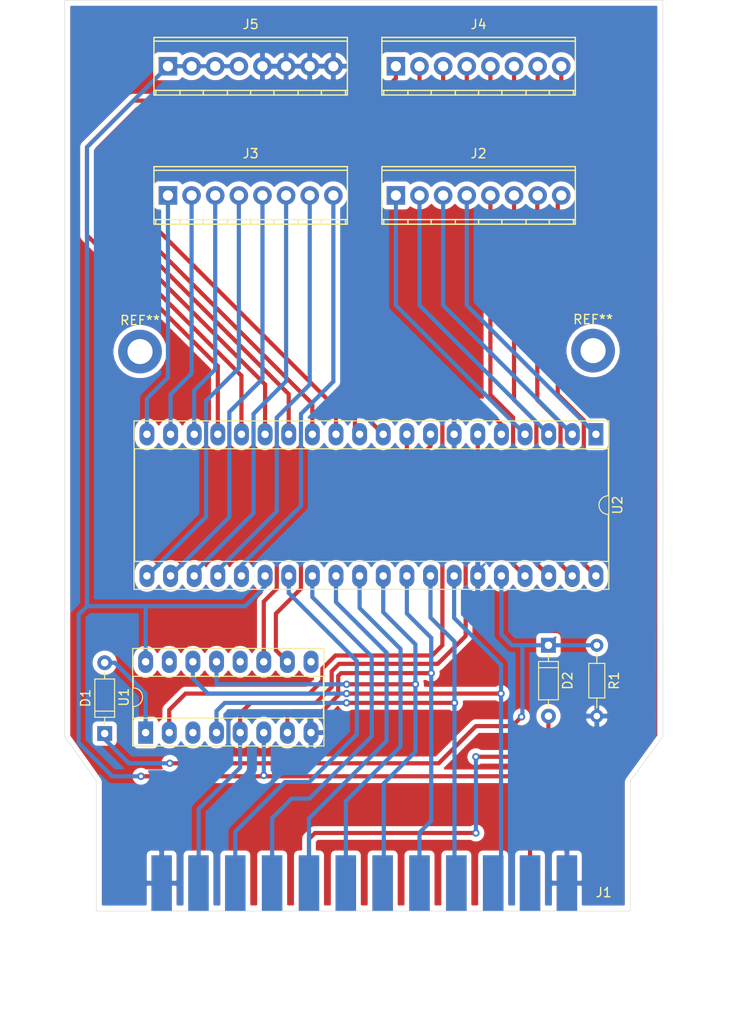
<source format=kicad_pcb>
(kicad_pcb (version 20171130) (host pcbnew 5.1.5-52549c5~84~ubuntu19.10.1)
  (layers (0 F.Cu signal) (31 B.Cu signal) (34 B.Paste user) (35 F.Paste user) (36 B.SilkS user) (37 F.SilkS user) (38 B.Mask user) (39 F.Mask user) (44 Edge.Cuts user))
  (net 0 "")
  (net 1 "Net-(D1-Pad1)")
  (net 2 "Net-(D1-Pad2)")
  (net 3 "Net-(D2-Pad2)")
  (net 4 GND)
  (net 5 VCC)
  (net 6 "Net-(J1-Pad3)")
  (net 7 "Net-(J1-Pad4)")
  (net 8 "Net-(J1-Pad5)")
  (net 9 "Net-(J1-Pad6)")
  (net 10 "Net-(J1-PadC)")
  (net 11 "Net-(J1-PadD)")
  (net 12 "Net-(J1-PadE)")
  (net 13 "Net-(J1-PadF)")
  (net 14 "Net-(J1-Pad7)")
  (net 15 "Net-(J1-Pad9)")
  (net 16 "Net-(J1-Pad10)")
  (net 17 "Net-(J1-Pad11)")
  (net 18 "Net-(J1-PadH)")
  (net 19 "Net-(J1-PadJ)")
  (net 20 "Net-(J1-PadK)")
  (net 21 "Net-(J1-PadL)")
  (net 22 "Net-(J1-PadM)")
  (net 23 "Net-(J2-Pad4)")
  (net 24 "Net-(J2-Pad1)")
  (net 25 "Net-(J2-Pad2)")
  (net 26 "Net-(J2-Pad3)")
  (net 27 "Net-(J2-Pad5)")
  (net 28 "Net-(J2-Pad6)")
  (net 29 "Net-(J2-Pad7)")
  (net 30 "Net-(J2-Pad8)")
  (net 31 "Net-(J3-Pad8)")
  (net 32 "Net-(J3-Pad7)")
  (net 33 "Net-(J3-Pad6)")
  (net 34 "Net-(J3-Pad5)")
  (net 35 "Net-(J3-Pad3)")
  (net 36 "Net-(J3-Pad2)")
  (net 37 "Net-(J3-Pad1)")
  (net 38 "Net-(J3-Pad4)")
  (net 39 "Net-(J4-Pad4)")
  (net 40 "Net-(J4-Pad1)")
  (net 41 "Net-(J4-Pad2)")
  (net 42 "Net-(J4-Pad3)")
  (net 43 "Net-(J4-Pad5)")
  (net 44 "Net-(J4-Pad6)")
  (net 45 "Net-(J4-Pad7)")
  (net 46 "Net-(J4-Pad8)")
  (net 47 "Net-(U1-Pad15)")
  (net 48 "Net-(U1-Pad12)")
  (net 49 "Net-(U1-Pad11)")
  (net 50 "Net-(U1-Pad3)")
  (net 51 "Net-(U1-Pad10)")
  (net 52 "Net-(U1-Pad2)")
  (net 53 "Net-(U1-Pad9)")
  (net 54 "Net-(J1-PadB)")
  (module Mounting_Holes:MountingHole_2.7mm_M2.5_DIN965_Pad (layer F.Cu) (at 146.5 90.7)
    (fp_text reference REF** (at 0 -3.35) (layer F.SilkS))
    (fp_text value MountingHole_2.7mm_M2.5_DIN965_Pad)
    (pad 1 thru_hole circle (at 0 0) (size 4.7 4.7) (drill 2.7) (layers *.Cu *.Mask))
  )
  (module Mounting_Holes:MountingHole_2.7mm_M2.5_DIN965_Pad (layer F.Cu) (at 97.8 90.8)
    (fp_text reference REF** (at 0 -3.35) (layer F.SilkS))
    (fp_text value MountingHole_2.7mm_M2.5_DIN965_Pad)
    (pad 1 thru_hole circle (at 0 0) (size 4.7 4.7) (drill 2.7) (layers *.Cu *.Mask))
  )
  (module user_port_expander:vorlage (layer F.Cu) (at 122.1 102.1)
    (fp_text reference G*** hide)
    (fp_text value LOGO hide)
  )
  (module Diodes_THT:D_DO-35_SOD27_P7.62mm_Horizontal (layer F.Cu) (at 94 131.9 90)
    (fp_text reference D1 (at 3.81 -2.06 90) (layer F.SilkS))
    (fp_text value 1N4148)
    (fp_line (start 1.75 -1.06) (end 1.75 1.06) (layer F.SilkS) (width 0.12))
    (fp_line (start 1.75 1.06) (end 5.87 1.06) (layer F.SilkS) (width 0.12))
    (fp_line (start 5.87 1.06) (end 5.87 -1.06) (layer F.SilkS) (width 0.12))
    (fp_line (start 5.87 -1.06) (end 1.75 -1.06) (layer F.SilkS) (width 0.12))
    (fp_line (start 0.98 0) (end 1.75 0) (layer F.SilkS) (width 0.12))
    (fp_line (start 6.64 0) (end 5.87 0) (layer F.SilkS) (width 0.12))
    (fp_line (start 2.41 -1.06) (end 2.41 1.06) (layer F.SilkS) (width 0.12))
    (pad 1 thru_hole rect (at 0 0 90) (size 1.6 1.6) (drill 0.8) (layers *.Cu *.Mask) (net 1 "Net-(D1-Pad1)"))
    (pad 2 thru_hole oval (at 7.62 0 90) (size 1.6 1.6) (drill 0.8) (layers *.Cu *.Mask) (net 2 "Net-(D1-Pad2)"))
  )
  (module Diodes_THT:D_DO-35_SOD27_P7.62mm_Horizontal (layer F.Cu) (at 141.7 122.4 270)
    (fp_text reference D2 (at 3.81 -2.06 90) (layer F.SilkS))
    (fp_text value 1N4148)
    (fp_line (start 2.41 -1.06) (end 2.41 1.06) (layer F.SilkS) (width 0.12))
    (fp_line (start 6.64 0) (end 5.87 0) (layer F.SilkS) (width 0.12))
    (fp_line (start 0.98 0) (end 1.75 0) (layer F.SilkS) (width 0.12))
    (fp_line (start 5.87 -1.06) (end 1.75 -1.06) (layer F.SilkS) (width 0.12))
    (fp_line (start 5.87 1.06) (end 5.87 -1.06) (layer F.SilkS) (width 0.12))
    (fp_line (start 1.75 1.06) (end 5.87 1.06) (layer F.SilkS) (width 0.12))
    (fp_line (start 1.75 -1.06) (end 1.75 1.06) (layer F.SilkS) (width 0.12))
    (pad 2 thru_hole oval (at 7.62 0 270) (size 1.6 1.6) (drill 0.8) (layers *.Cu *.Mask) (net 3 "Net-(D2-Pad2)"))
    (pad 1 thru_hole rect (at 0 0 270) (size 1.6 1.6) (drill 0.8) (layers *.Cu *.Mask) (net 1 "Net-(D1-Pad1)"))
  )
  (module Hackup_Commodore:C64-User-Port-Female (layer F.Cu) (at 121.9 151)
    (fp_text reference J1 (at 25.74 -2) (layer F.SilkS))
    (fp_text value C64-UserPort)
    (pad N smd rect (at -21.78 -3) (size 2.2 6) (layers B.Cu B.Paste B.Mask) (net 4 GND))
    (pad M smd rect (at -17.82 -3) (size 2.2 6) (layers B.Cu B.Paste B.Mask) (net 22 "Net-(J1-PadM)"))
    (pad L smd rect (at -13.86 -3) (size 2.2 6) (layers B.Cu B.Paste B.Mask) (net 21 "Net-(J1-PadL)"))
    (pad K smd rect (at -9.9 -3) (size 2.2 6) (layers B.Cu B.Paste B.Mask) (net 20 "Net-(J1-PadK)"))
    (pad J smd rect (at -5.94 -3) (size 2.2 6) (layers B.Cu B.Paste B.Mask) (net 19 "Net-(J1-PadJ)"))
    (pad H smd rect (at -1.98 -3) (size 2.2 6) (layers B.Cu B.Paste B.Mask) (net 18 "Net-(J1-PadH)"))
    (pad 12 smd rect (at -21.78 -3) (size 2.2 6) (layers F.Cu F.Paste F.Mask) (net 4 GND))
    (pad 11 smd rect (at -17.82 -3) (size 2.2 6) (layers F.Cu F.Paste F.Mask) (net 17 "Net-(J1-Pad11)"))
    (pad 10 smd rect (at -13.86 -3) (size 2.2 6) (layers F.Cu F.Paste F.Mask) (net 16 "Net-(J1-Pad10)"))
    (pad 9 smd rect (at -9.9 -3) (size 2.2 6) (layers F.Cu F.Paste F.Mask) (net 15 "Net-(J1-Pad9)"))
    (pad 8 smd rect (at -5.94 -3) (size 2.2 6) (layers F.Cu F.Paste F.Mask) (net 3 "Net-(D2-Pad2)"))
    (pad 7 smd rect (at -1.98 -3) (size 2.2 6) (layers F.Cu F.Paste F.Mask) (net 14 "Net-(J1-Pad7)"))
    (pad F smd rect (at 1.98 -3) (size 2.2 6) (layers B.Cu B.Paste B.Mask) (net 13 "Net-(J1-PadF)"))
    (pad E smd rect (at 5.94 -3) (size 2.2 6) (layers B.Cu B.Paste B.Mask) (net 12 "Net-(J1-PadE)"))
    (pad D smd rect (at 9.9 -3) (size 2.2 6) (layers B.Cu B.Paste B.Mask) (net 11 "Net-(J1-PadD)"))
    (pad C smd rect (at 13.86 -3) (size 2.2 6) (layers B.Cu B.Paste B.Mask) (net 10 "Net-(J1-PadC)"))
    (pad B smd rect (at 17.82 -3) (size 2.2 6) (layers B.Cu B.Paste B.Mask) (net 54 "Net-(J1-PadB)"))
    (pad A smd rect (at 21.78 -3) (size 2.2 6) (layers B.Cu B.Paste B.Mask) (net 4 GND))
    (pad 6 smd rect (at 1.98 -3) (size 2.2 6) (layers F.Cu F.Paste F.Mask) (net 9 "Net-(J1-Pad6)"))
    (pad 5 smd rect (at 5.94 -3) (size 2.2 6) (layers F.Cu F.Paste F.Mask) (net 8 "Net-(J1-Pad5)"))
    (pad 4 smd rect (at 9.9 -3) (size 2.2 6) (layers F.Cu F.Paste F.Mask) (net 7 "Net-(J1-Pad4)"))
    (pad 3 smd rect (at 13.86 -3) (size 2.2 6) (layers F.Cu F.Paste F.Mask) (net 6 "Net-(J1-Pad3)"))
    (pad 2 smd rect (at 17.82 -3) (size 2.2 6) (layers F.Cu F.Paste F.Mask) (net 5 VCC))
    (pad 1 smd rect (at 21.78 -3) (size 2.2 6) (layers F.Cu F.Paste F.Mask) (net 4 GND))
  )
  (module TerminalBlock_Phoenix:TerminalBlock_Phoenix_MPT-2.54mm_8pol (layer F.Cu) (at 125.3 74)
    (fp_text reference J2 (at 8.89 -4.50088) (layer F.SilkS))
    (fp_text value Screw_Terminal_01x08)
    (fp_line (start 19.28876 -3.0988) (end -1.50876 -3.0988) (layer F.SilkS) (width 0.15))
    (fp_line (start -1.50876 -2.70002) (end 19.28876 -2.70002) (layer F.SilkS) (width 0.15))
    (fp_line (start 19.28876 3.0988) (end -1.50876 3.0988) (layer F.SilkS) (width 0.15))
    (fp_line (start -1.50876 2.60096) (end 19.28876 2.60096) (layer F.SilkS) (width 0.15))
    (fp_line (start 8.89 2.60096) (end 8.89 3.0988) (layer F.SilkS) (width 0.15))
    (fp_line (start 16.48968 2.60096) (end 16.48968 3.0988) (layer F.SilkS) (width 0.15))
    (fp_line (start 13.99032 2.60096) (end 13.99032 3.0988) (layer F.SilkS) (width 0.15))
    (fp_line (start 11.3919 2.60096) (end 11.3919 3.0988) (layer F.SilkS) (width 0.15))
    (fp_line (start 6.39064 2.60096) (end 6.39064 3.0988) (layer F.SilkS) (width 0.15))
    (fp_line (start 3.79222 2.60096) (end 3.79222 3.0988) (layer F.SilkS) (width 0.15))
    (fp_line (start -1.3081 3.0988) (end -1.3081 2.60096) (layer F.SilkS) (width 0.15))
    (fp_line (start 19.0881 2.60096) (end 19.0881 3.0988) (layer F.SilkS) (width 0.15))
    (fp_line (start 1.2954 3.0988) (end 1.2954 2.60096) (layer F.SilkS) (width 0.15))
    (fp_line (start 19.28622 3.0988) (end 19.28622 -3.0988) (layer F.SilkS) (width 0.15))
    (fp_line (start -1.50622 -3.0988) (end -1.50622 3.0988) (layer F.SilkS) (width 0.15))
    (pad 4 thru_hole oval (at 7.62 0 180) (size 1.99898 1.99898) (drill 1.09728) (layers *.Cu *.Mask) (net 23 "Net-(J2-Pad4)"))
    (pad 1 thru_hole rect (at 0 0 180) (size 1.99898 1.99898) (drill 1.09728) (layers *.Cu *.Mask) (net 24 "Net-(J2-Pad1)"))
    (pad 2 thru_hole oval (at 2.54 0 180) (size 1.99898 1.99898) (drill 1.09728) (layers *.Cu *.Mask) (net 25 "Net-(J2-Pad2)"))
    (pad 3 thru_hole oval (at 5.08 0 180) (size 1.99898 1.99898) (drill 1.09728) (layers *.Cu *.Mask) (net 26 "Net-(J2-Pad3)"))
    (pad 5 thru_hole oval (at 10.16 0 180) (size 1.99898 1.99898) (drill 1.09728) (layers *.Cu *.Mask) (net 27 "Net-(J2-Pad5)"))
    (pad 6 thru_hole oval (at 12.7 0 180) (size 1.99898 1.99898) (drill 1.09728) (layers *.Cu *.Mask) (net 28 "Net-(J2-Pad6)"))
    (pad 7 thru_hole oval (at 15.24 0 180) (size 1.99898 1.99898) (drill 1.09728) (layers *.Cu *.Mask) (net 29 "Net-(J2-Pad7)"))
    (pad 8 thru_hole oval (at 17.78 0 180) (size 1.99898 1.99898) (drill 1.09728) (layers *.Cu *.Mask) (net 30 "Net-(J2-Pad8)"))
  )
  (module TerminalBlock_Phoenix:TerminalBlock_Phoenix_MPT-2.54mm_8pol (layer F.Cu) (at 100.8 74)
    (fp_text reference J3 (at 8.89 -4.50088) (layer F.SilkS))
    (fp_text value Screw_Terminal_01x08)
    (fp_line (start -1.50622 -3.0988) (end -1.50622 3.0988) (layer F.SilkS) (width 0.15))
    (fp_line (start 19.28622 3.0988) (end 19.28622 -3.0988) (layer F.SilkS) (width 0.15))
    (fp_line (start 1.2954 3.0988) (end 1.2954 2.60096) (layer F.SilkS) (width 0.15))
    (fp_line (start 19.0881 2.60096) (end 19.0881 3.0988) (layer F.SilkS) (width 0.15))
    (fp_line (start -1.3081 3.0988) (end -1.3081 2.60096) (layer F.SilkS) (width 0.15))
    (fp_line (start 3.79222 2.60096) (end 3.79222 3.0988) (layer F.SilkS) (width 0.15))
    (fp_line (start 6.39064 2.60096) (end 6.39064 3.0988) (layer F.SilkS) (width 0.15))
    (fp_line (start 11.3919 2.60096) (end 11.3919 3.0988) (layer F.SilkS) (width 0.15))
    (fp_line (start 13.99032 2.60096) (end 13.99032 3.0988) (layer F.SilkS) (width 0.15))
    (fp_line (start 16.48968 2.60096) (end 16.48968 3.0988) (layer F.SilkS) (width 0.15))
    (fp_line (start 8.89 2.60096) (end 8.89 3.0988) (layer F.SilkS) (width 0.15))
    (fp_line (start -1.50876 2.60096) (end 19.28876 2.60096) (layer F.SilkS) (width 0.15))
    (fp_line (start 19.28876 3.0988) (end -1.50876 3.0988) (layer F.SilkS) (width 0.15))
    (fp_line (start -1.50876 -2.70002) (end 19.28876 -2.70002) (layer F.SilkS) (width 0.15))
    (fp_line (start 19.28876 -3.0988) (end -1.50876 -3.0988) (layer F.SilkS) (width 0.15))
    (pad 8 thru_hole oval (at 17.78 0 180) (size 1.99898 1.99898) (drill 1.09728) (layers *.Cu *.Mask) (net 31 "Net-(J3-Pad8)"))
    (pad 7 thru_hole oval (at 15.24 0 180) (size 1.99898 1.99898) (drill 1.09728) (layers *.Cu *.Mask) (net 32 "Net-(J3-Pad7)"))
    (pad 6 thru_hole oval (at 12.7 0 180) (size 1.99898 1.99898) (drill 1.09728) (layers *.Cu *.Mask) (net 33 "Net-(J3-Pad6)"))
    (pad 5 thru_hole oval (at 10.16 0 180) (size 1.99898 1.99898) (drill 1.09728) (layers *.Cu *.Mask) (net 34 "Net-(J3-Pad5)"))
    (pad 3 thru_hole oval (at 5.08 0 180) (size 1.99898 1.99898) (drill 1.09728) (layers *.Cu *.Mask) (net 35 "Net-(J3-Pad3)"))
    (pad 2 thru_hole oval (at 2.54 0 180) (size 1.99898 1.99898) (drill 1.09728) (layers *.Cu *.Mask) (net 36 "Net-(J3-Pad2)"))
    (pad 1 thru_hole rect (at 0 0 180) (size 1.99898 1.99898) (drill 1.09728) (layers *.Cu *.Mask) (net 37 "Net-(J3-Pad1)"))
    (pad 4 thru_hole oval (at 7.62 0 180) (size 1.99898 1.99898) (drill 1.09728) (layers *.Cu *.Mask) (net 38 "Net-(J3-Pad4)"))
  )
  (module TerminalBlock_Phoenix:TerminalBlock_Phoenix_MPT-2.54mm_8pol (layer F.Cu) (at 125.3 60.1)
    (fp_text reference J4 (at 8.89 -4.50088) (layer F.SilkS))
    (fp_text value Screw_Terminal_01x08)
    (fp_line (start 19.28876 -3.0988) (end -1.50876 -3.0988) (layer F.SilkS) (width 0.15))
    (fp_line (start -1.50876 -2.70002) (end 19.28876 -2.70002) (layer F.SilkS) (width 0.15))
    (fp_line (start 19.28876 3.0988) (end -1.50876 3.0988) (layer F.SilkS) (width 0.15))
    (fp_line (start -1.50876 2.60096) (end 19.28876 2.60096) (layer F.SilkS) (width 0.15))
    (fp_line (start 8.89 2.60096) (end 8.89 3.0988) (layer F.SilkS) (width 0.15))
    (fp_line (start 16.48968 2.60096) (end 16.48968 3.0988) (layer F.SilkS) (width 0.15))
    (fp_line (start 13.99032 2.60096) (end 13.99032 3.0988) (layer F.SilkS) (width 0.15))
    (fp_line (start 11.3919 2.60096) (end 11.3919 3.0988) (layer F.SilkS) (width 0.15))
    (fp_line (start 6.39064 2.60096) (end 6.39064 3.0988) (layer F.SilkS) (width 0.15))
    (fp_line (start 3.79222 2.60096) (end 3.79222 3.0988) (layer F.SilkS) (width 0.15))
    (fp_line (start -1.3081 3.0988) (end -1.3081 2.60096) (layer F.SilkS) (width 0.15))
    (fp_line (start 19.0881 2.60096) (end 19.0881 3.0988) (layer F.SilkS) (width 0.15))
    (fp_line (start 1.2954 3.0988) (end 1.2954 2.60096) (layer F.SilkS) (width 0.15))
    (fp_line (start 19.28622 3.0988) (end 19.28622 -3.0988) (layer F.SilkS) (width 0.15))
    (fp_line (start -1.50622 -3.0988) (end -1.50622 3.0988) (layer F.SilkS) (width 0.15))
    (pad 4 thru_hole oval (at 7.62 0 180) (size 1.99898 1.99898) (drill 1.09728) (layers *.Cu *.Mask) (net 39 "Net-(J4-Pad4)"))
    (pad 1 thru_hole rect (at 0 0 180) (size 1.99898 1.99898) (drill 1.09728) (layers *.Cu *.Mask) (net 40 "Net-(J4-Pad1)"))
    (pad 2 thru_hole oval (at 2.54 0 180) (size 1.99898 1.99898) (drill 1.09728) (layers *.Cu *.Mask) (net 41 "Net-(J4-Pad2)"))
    (pad 3 thru_hole oval (at 5.08 0 180) (size 1.99898 1.99898) (drill 1.09728) (layers *.Cu *.Mask) (net 42 "Net-(J4-Pad3)"))
    (pad 5 thru_hole oval (at 10.16 0 180) (size 1.99898 1.99898) (drill 1.09728) (layers *.Cu *.Mask) (net 43 "Net-(J4-Pad5)"))
    (pad 6 thru_hole oval (at 12.7 0 180) (size 1.99898 1.99898) (drill 1.09728) (layers *.Cu *.Mask) (net 44 "Net-(J4-Pad6)"))
    (pad 7 thru_hole oval (at 15.24 0 180) (size 1.99898 1.99898) (drill 1.09728) (layers *.Cu *.Mask) (net 45 "Net-(J4-Pad7)"))
    (pad 8 thru_hole oval (at 17.78 0 180) (size 1.99898 1.99898) (drill 1.09728) (layers *.Cu *.Mask) (net 46 "Net-(J4-Pad8)"))
  )
  (module TerminalBlock_Phoenix:TerminalBlock_Phoenix_MPT-2.54mm_8pol (layer F.Cu) (at 100.8 60.1)
    (fp_text reference J5 (at 8.89 -4.50088) (layer F.SilkS))
    (fp_text value Screw_Terminal_01x08)
    (fp_line (start -1.50622 -3.0988) (end -1.50622 3.0988) (layer F.SilkS) (width 0.15))
    (fp_line (start 19.28622 3.0988) (end 19.28622 -3.0988) (layer F.SilkS) (width 0.15))
    (fp_line (start 1.2954 3.0988) (end 1.2954 2.60096) (layer F.SilkS) (width 0.15))
    (fp_line (start 19.0881 2.60096) (end 19.0881 3.0988) (layer F.SilkS) (width 0.15))
    (fp_line (start -1.3081 3.0988) (end -1.3081 2.60096) (layer F.SilkS) (width 0.15))
    (fp_line (start 3.79222 2.60096) (end 3.79222 3.0988) (layer F.SilkS) (width 0.15))
    (fp_line (start 6.39064 2.60096) (end 6.39064 3.0988) (layer F.SilkS) (width 0.15))
    (fp_line (start 11.3919 2.60096) (end 11.3919 3.0988) (layer F.SilkS) (width 0.15))
    (fp_line (start 13.99032 2.60096) (end 13.99032 3.0988) (layer F.SilkS) (width 0.15))
    (fp_line (start 16.48968 2.60096) (end 16.48968 3.0988) (layer F.SilkS) (width 0.15))
    (fp_line (start 8.89 2.60096) (end 8.89 3.0988) (layer F.SilkS) (width 0.15))
    (fp_line (start -1.50876 2.60096) (end 19.28876 2.60096) (layer F.SilkS) (width 0.15))
    (fp_line (start 19.28876 3.0988) (end -1.50876 3.0988) (layer F.SilkS) (width 0.15))
    (fp_line (start -1.50876 -2.70002) (end 19.28876 -2.70002) (layer F.SilkS) (width 0.15))
    (fp_line (start 19.28876 -3.0988) (end -1.50876 -3.0988) (layer F.SilkS) (width 0.15))
    (pad 8 thru_hole oval (at 17.78 0 180) (size 1.99898 1.99898) (drill 1.09728) (layers *.Cu *.Mask) (net 4 GND))
    (pad 7 thru_hole oval (at 15.24 0 180) (size 1.99898 1.99898) (drill 1.09728) (layers *.Cu *.Mask) (net 4 GND))
    (pad 6 thru_hole oval (at 12.7 0 180) (size 1.99898 1.99898) (drill 1.09728) (layers *.Cu *.Mask) (net 4 GND))
    (pad 5 thru_hole oval (at 10.16 0 180) (size 1.99898 1.99898) (drill 1.09728) (layers *.Cu *.Mask) (net 4 GND))
    (pad 3 thru_hole oval (at 5.08 0 180) (size 1.99898 1.99898) (drill 1.09728) (layers *.Cu *.Mask) (net 5 VCC))
    (pad 2 thru_hole oval (at 2.54 0 180) (size 1.99898 1.99898) (drill 1.09728) (layers *.Cu *.Mask) (net 5 VCC))
    (pad 1 thru_hole rect (at 0 0 180) (size 1.99898 1.99898) (drill 1.09728) (layers *.Cu *.Mask) (net 5 VCC))
    (pad 4 thru_hole oval (at 7.62 0 180) (size 1.99898 1.99898) (drill 1.09728) (layers *.Cu *.Mask) (net 5 VCC))
  )
  (module Resistors_THT:R_Axial_DIN0204_L3.6mm_D1.6mm_P7.62mm_Horizontal (layer F.Cu) (at 146.9 122.4 270)
    (fp_text reference R1 (at 3.81 -1.86 90) (layer F.SilkS))
    (fp_text value R10k)
    (fp_line (start 1.95 -0.86) (end 1.95 0.86) (layer F.SilkS) (width 0.12))
    (fp_line (start 1.95 0.86) (end 5.67 0.86) (layer F.SilkS) (width 0.12))
    (fp_line (start 5.67 0.86) (end 5.67 -0.86) (layer F.SilkS) (width 0.12))
    (fp_line (start 5.67 -0.86) (end 1.95 -0.86) (layer F.SilkS) (width 0.12))
    (fp_line (start 0.88 0) (end 1.95 0) (layer F.SilkS) (width 0.12))
    (fp_line (start 6.74 0) (end 5.67 0) (layer F.SilkS) (width 0.12))
    (pad 1 thru_hole circle (at 0 0 270) (size 1.4 1.4) (drill 0.7) (layers *.Cu *.Mask) (net 1 "Net-(D1-Pad1)"))
    (pad 2 thru_hole oval (at 7.62 0 270) (size 1.4 1.4) (drill 0.7) (layers *.Cu *.Mask) (net 4 GND))
  )
  (module Housings_DIP:DIP-16_W7.62mm_Socket_LongPads (layer F.Cu) (at 98.4 131.8 90)
    (fp_text reference U1 (at 3.81 -2.33 90) (layer F.SilkS))
    (fp_text value 4042)
    (fp_line (start 9.06 -1.39) (end -1.44 -1.39) (layer F.SilkS) (width 0.12))
    (fp_line (start 9.06 19.17) (end 9.06 -1.39) (layer F.SilkS) (width 0.12))
    (fp_line (start -1.44 19.17) (end 9.06 19.17) (layer F.SilkS) (width 0.12))
    (fp_line (start -1.44 -1.39) (end -1.44 19.17) (layer F.SilkS) (width 0.12))
    (fp_line (start 6.06 -1.33) (end 4.81 -1.33) (layer F.SilkS) (width 0.12))
    (fp_line (start 6.06 19.11) (end 6.06 -1.33) (layer F.SilkS) (width 0.12))
    (fp_line (start 1.56 19.11) (end 6.06 19.11) (layer F.SilkS) (width 0.12))
    (fp_line (start 1.56 -1.33) (end 1.56 19.11) (layer F.SilkS) (width 0.12))
    (fp_line (start 2.81 -1.33) (end 1.56 -1.33) (layer F.SilkS) (width 0.12))
    (fp_arc (start 3.81 -1.33) (end 2.81 -1.33) (angle -180) (layer F.SilkS) (width 0.12))
    (pad 16 thru_hole oval (at 7.62 0 90) (size 2.4 1.6) (drill 0.8) (layers *.Cu *.Mask) (net 5 VCC))
    (pad 8 thru_hole oval (at 0 17.78 90) (size 2.4 1.6) (drill 0.8) (layers *.Cu *.Mask) (net 4 GND))
    (pad 15 thru_hole oval (at 7.62 2.54 90) (size 2.4 1.6) (drill 0.8) (layers *.Cu *.Mask) (net 47 "Net-(U1-Pad15)"))
    (pad 7 thru_hole oval (at 0 15.24 90) (size 2.4 1.6) (drill 0.8) (layers *.Cu *.Mask) (net 12 "Net-(J1-PadE)"))
    (pad 14 thru_hole oval (at 7.62 5.08 90) (size 2.4 1.6) (drill 0.8) (layers *.Cu *.Mask) (net 10 "Net-(J1-PadC)"))
    (pad 6 thru_hole oval (at 0 12.7 90) (size 2.4 1.6) (drill 0.8) (layers *.Cu *.Mask) (net 5 VCC))
    (pad 13 thru_hole oval (at 7.62 7.62 90) (size 2.4 1.6) (drill 0.8) (layers *.Cu *.Mask) (net 13 "Net-(J1-PadF)"))
    (pad 5 thru_hole oval (at 0 10.16 90) (size 2.4 1.6) (drill 0.8) (layers *.Cu *.Mask) (net 22 "Net-(J1-PadM)"))
    (pad 12 thru_hole oval (at 7.62 10.16 90) (size 2.4 1.6) (drill 0.8) (layers *.Cu *.Mask) (net 48 "Net-(U1-Pad12)"))
    (pad 4 thru_hole oval (at 0 7.62 90) (size 2.4 1.6) (drill 0.8) (layers *.Cu *.Mask) (net 11 "Net-(J1-PadD)"))
    (pad 11 thru_hole oval (at 7.62 12.7 90) (size 2.4 1.6) (drill 0.8) (layers *.Cu *.Mask) (net 49 "Net-(U1-Pad11)"))
    (pad 3 thru_hole oval (at 0 5.08 90) (size 2.4 1.6) (drill 0.8) (layers *.Cu *.Mask) (net 50 "Net-(U1-Pad3)"))
    (pad 10 thru_hole oval (at 7.62 15.24 90) (size 2.4 1.6) (drill 0.8) (layers *.Cu *.Mask) (net 51 "Net-(U1-Pad10)"))
    (pad 2 thru_hole oval (at 0 2.54 90) (size 2.4 1.6) (drill 0.8) (layers *.Cu *.Mask) (net 52 "Net-(U1-Pad2)"))
    (pad 9 thru_hole oval (at 7.62 17.78 90) (size 2.4 1.6) (drill 0.8) (layers *.Cu *.Mask) (net 53 "Net-(U1-Pad9)"))
    (pad 1 thru_hole rect (at 0 0 90) (size 2.4 1.6) (drill 0.8) (layers *.Cu *.Mask) (net 2 "Net-(D1-Pad2)"))
  )
  (module Housings_DIP:DIP-40_W15.24mm_Socket_LongPads (layer F.Cu) (at 146.8 99.7 270)
    (fp_text reference U2 (at 7.62 -2.33 90) (layer F.SilkS))
    (fp_text value 8255)
    (fp_line (start 16.68 -1.39) (end -1.44 -1.39) (layer F.SilkS) (width 0.12))
    (fp_line (start 16.68 49.65) (end 16.68 -1.39) (layer F.SilkS) (width 0.12))
    (fp_line (start -1.44 49.65) (end 16.68 49.65) (layer F.SilkS) (width 0.12))
    (fp_line (start -1.44 -1.39) (end -1.44 49.65) (layer F.SilkS) (width 0.12))
    (fp_line (start 13.68 -1.33) (end 8.62 -1.33) (layer F.SilkS) (width 0.12))
    (fp_line (start 13.68 49.59) (end 13.68 -1.33) (layer F.SilkS) (width 0.12))
    (fp_line (start 1.56 49.59) (end 13.68 49.59) (layer F.SilkS) (width 0.12))
    (fp_line (start 1.56 -1.33) (end 1.56 49.59) (layer F.SilkS) (width 0.12))
    (fp_line (start 6.62 -1.33) (end 1.56 -1.33) (layer F.SilkS) (width 0.12))
    (fp_arc (start 7.62 -1.33) (end 6.62 -1.33) (angle -180) (layer F.SilkS) (width 0.12))
    (pad 40 thru_hole oval (at 15.24 0 270) (size 2.4 1.6) (drill 0.8) (layers *.Cu *.Mask) (net 30 "Net-(J2-Pad8)"))
    (pad 20 thru_hole oval (at 0 48.26 270) (size 2.4 1.6) (drill 0.8) (layers *.Cu *.Mask) (net 37 "Net-(J3-Pad1)"))
    (pad 39 thru_hole oval (at 15.24 2.54 270) (size 2.4 1.6) (drill 0.8) (layers *.Cu *.Mask) (net 29 "Net-(J2-Pad7)"))
    (pad 19 thru_hole oval (at 0 45.72 270) (size 2.4 1.6) (drill 0.8) (layers *.Cu *.Mask) (net 36 "Net-(J3-Pad2)"))
    (pad 38 thru_hole oval (at 15.24 5.08 270) (size 2.4 1.6) (drill 0.8) (layers *.Cu *.Mask) (net 28 "Net-(J2-Pad6)"))
    (pad 18 thru_hole oval (at 0 43.18 270) (size 2.4 1.6) (drill 0.8) (layers *.Cu *.Mask) (net 35 "Net-(J3-Pad3)"))
    (pad 37 thru_hole oval (at 15.24 7.62 270) (size 2.4 1.6) (drill 0.8) (layers *.Cu *.Mask) (net 27 "Net-(J2-Pad5)"))
    (pad 17 thru_hole oval (at 0 40.64 270) (size 2.4 1.6) (drill 0.8) (layers *.Cu *.Mask) (net 40 "Net-(J4-Pad1)"))
    (pad 36 thru_hole oval (at 15.24 10.16 270) (size 2.4 1.6) (drill 0.8) (layers *.Cu *.Mask) (net 1 "Net-(D1-Pad1)"))
    (pad 16 thru_hole oval (at 0 38.1 270) (size 2.4 1.6) (drill 0.8) (layers *.Cu *.Mask) (net 41 "Net-(J4-Pad2)"))
    (pad 35 thru_hole oval (at 15.24 12.7 270) (size 2.4 1.6) (drill 0.8) (layers *.Cu *.Mask) (net 4 GND))
    (pad 15 thru_hole oval (at 0 35.56 270) (size 2.4 1.6) (drill 0.8) (layers *.Cu *.Mask) (net 42 "Net-(J4-Pad3)"))
    (pad 34 thru_hole oval (at 15.24 15.24 270) (size 2.4 1.6) (drill 0.8) (layers *.Cu *.Mask) (net 10 "Net-(J1-PadC)"))
    (pad 14 thru_hole oval (at 0 33.02 270) (size 2.4 1.6) (drill 0.8) (layers *.Cu *.Mask) (net 39 "Net-(J4-Pad4)"))
    (pad 33 thru_hole oval (at 15.24 17.78 270) (size 2.4 1.6) (drill 0.8) (layers *.Cu *.Mask) (net 11 "Net-(J1-PadD)"))
    (pad 13 thru_hole oval (at 0 30.48 270) (size 2.4 1.6) (drill 0.8) (layers *.Cu *.Mask) (net 43 "Net-(J4-Pad5)"))
    (pad 32 thru_hole oval (at 15.24 20.32 270) (size 2.4 1.6) (drill 0.8) (layers *.Cu *.Mask) (net 12 "Net-(J1-PadE)"))
    (pad 12 thru_hole oval (at 0 27.94 270) (size 2.4 1.6) (drill 0.8) (layers *.Cu *.Mask) (net 44 "Net-(J4-Pad6)"))
    (pad 31 thru_hole oval (at 15.24 22.86 270) (size 2.4 1.6) (drill 0.8) (layers *.Cu *.Mask) (net 13 "Net-(J1-PadF)"))
    (pad 11 thru_hole oval (at 0 25.4 270) (size 2.4 1.6) (drill 0.8) (layers *.Cu *.Mask) (net 45 "Net-(J4-Pad7)"))
    (pad 30 thru_hole oval (at 15.24 25.4 270) (size 2.4 1.6) (drill 0.8) (layers *.Cu *.Mask) (net 18 "Net-(J1-PadH)"))
    (pad 10 thru_hole oval (at 0 22.86 270) (size 2.4 1.6) (drill 0.8) (layers *.Cu *.Mask) (net 46 "Net-(J4-Pad8)"))
    (pad 29 thru_hole oval (at 15.24 27.94 270) (size 2.4 1.6) (drill 0.8) (layers *.Cu *.Mask) (net 19 "Net-(J1-PadJ)"))
    (pad 9 thru_hole oval (at 0 20.32 270) (size 2.4 1.6) (drill 0.8) (layers *.Cu *.Mask) (net 49 "Net-(U1-Pad11)"))
    (pad 28 thru_hole oval (at 15.24 30.48 270) (size 2.4 1.6) (drill 0.8) (layers *.Cu *.Mask) (net 20 "Net-(J1-PadK)"))
    (pad 8 thru_hole oval (at 0 17.78 270) (size 2.4 1.6) (drill 0.8) (layers *.Cu *.Mask) (net 51 "Net-(U1-Pad10)"))
    (pad 27 thru_hole oval (at 15.24 33.02 270) (size 2.4 1.6) (drill 0.8) (layers *.Cu *.Mask) (net 21 "Net-(J1-PadL)"))
    (pad 7 thru_hole oval (at 0 15.24 270) (size 2.4 1.6) (drill 0.8) (layers *.Cu *.Mask) (net 4 GND))
    (pad 26 thru_hole oval (at 15.24 35.56 270) (size 2.4 1.6) (drill 0.8) (layers *.Cu *.Mask) (net 5 VCC))
    (pad 6 thru_hole oval (at 0 12.7 270) (size 2.4 1.6) (drill 0.8) (layers *.Cu *.Mask) (net 22 "Net-(J1-PadM)"))
    (pad 25 thru_hole oval (at 15.24 38.1 270) (size 2.4 1.6) (drill 0.8) (layers *.Cu *.Mask) (net 31 "Net-(J3-Pad8)"))
    (pad 5 thru_hole oval (at 0 10.16 270) (size 2.4 1.6) (drill 0.8) (layers *.Cu *.Mask) (net 52 "Net-(U1-Pad2)"))
    (pad 24 thru_hole oval (at 15.24 40.64 270) (size 2.4 1.6) (drill 0.8) (layers *.Cu *.Mask) (net 32 "Net-(J3-Pad7)"))
    (pad 4 thru_hole oval (at 0 7.62 270) (size 2.4 1.6) (drill 0.8) (layers *.Cu *.Mask) (net 24 "Net-(J2-Pad1)"))
    (pad 23 thru_hole oval (at 15.24 43.18 270) (size 2.4 1.6) (drill 0.8) (layers *.Cu *.Mask) (net 33 "Net-(J3-Pad6)"))
    (pad 3 thru_hole oval (at 0 5.08 270) (size 2.4 1.6) (drill 0.8) (layers *.Cu *.Mask) (net 25 "Net-(J2-Pad2)"))
    (pad 22 thru_hole oval (at 15.24 45.72 270) (size 2.4 1.6) (drill 0.8) (layers *.Cu *.Mask) (net 34 "Net-(J3-Pad5)"))
    (pad 2 thru_hole oval (at 0 2.54 270) (size 2.4 1.6) (drill 0.8) (layers *.Cu *.Mask) (net 26 "Net-(J2-Pad3)"))
    (pad 21 thru_hole oval (at 15.24 48.26 270) (size 2.4 1.6) (drill 0.8) (layers *.Cu *.Mask) (net 38 "Net-(J3-Pad4)"))
    (pad 1 thru_hole rect (at 0 0 270) (size 2.4 1.6) (drill 0.8) (layers *.Cu *.Mask) (net 23 "Net-(J2-Pad4)"))
  )
  (gr_line (start 93.1 151) (end 150.5 151) (layer Edge.Cuts) (width 0.05))
  (gr_line (start 150.5 137) (end 150.5 151) (layer Edge.Cuts) (width 0.05))
  (gr_line (start 154 132.2) (end 150.5 137) (layer Edge.Cuts) (width 0.05))
  (gr_line (start 154 53) (end 154 132.2) (layer Edge.Cuts) (width 0.05))
  (gr_line (start 89.7 53) (end 154 53) (layer Edge.Cuts) (width 0.05))
  (gr_line (start 89.7 132.2) (end 89.7 53) (layer Edge.Cuts) (width 0.05))
  (gr_line (start 93.1 137) (end 89.7 132.2) (layer Edge.Cuts) (width 0.05))
  (gr_line (start 93.1 151) (end 93.1 137) (layer Edge.Cuts) (width 0.05))
  (segment (start 141.8 122.2) (end 142.44 121.56) (width 0.25) (layer B.Cu) (net 1))
  (segment (start 136.64 114.94) (end 136.64 121.24) (width 0.45) (layer B.Cu) (net 1))
  (segment (start 136.64 121.24) (end 137.8 122.4) (width 0.45) (layer B.Cu) (net 1))
  (segment (start 94 131.9) (end 94 132.5) (width 0.45) (layer B.Cu) (net 1))
  (segment (start 94 132.5) (end 96.6 135.1) (width 0.45) (layer B.Cu) (net 1))
  (via (at 101 135.1) (size 0.8) (drill 0.4) (layers F.Cu B.Cu) (net 1))
  (segment (start 96.6 135.1) (end 101 135.1) (width 0.45) (layer B.Cu) (net 1))
  (segment (start 101 135.1) (end 129.9 135.1) (width 0.45) (layer F.Cu) (net 1))
  (segment (start 129.9 135.1) (end 133.9 131.1) (width 0.45) (layer F.Cu) (net 1))
  (segment (start 133.9 131.1) (end 137.8 131.1) (width 0.45) (layer F.Cu) (net 1))
  (via (at 138.8 130.1) (size 0.8) (drill 0.4) (layers F.Cu B.Cu) (net 1))
  (segment (start 137.8 131.1) (end 138.8 130.1) (width 0.45) (layer F.Cu) (net 1))
  (segment (start 138.9 130) (end 138.9 122.4) (width 0.45) (layer B.Cu) (net 1))
  (segment (start 138.8 130.1) (end 138.9 130) (width 0.45) (layer B.Cu) (net 1))
  (segment (start 137.8 122.4) (end 138.9 122.4) (width 0.45) (layer B.Cu) (net 1))
  (segment (start 138.9 122.4) (end 146.9 122.4) (width 0.45) (layer B.Cu) (net 1))
  (segment (start 98.4 130.64) (end 98.4 131.8) (width 0.45) (layer B.Cu) (net 2))
  (segment (start 94 124.28) (end 95.08 124.28) (width 0.45) (layer B.Cu) (net 2))
  (segment (start 98.4 127.6) (end 98.4 131.8) (width 0.45) (layer B.Cu) (net 2))
  (segment (start 95.08 124.28) (end 98.4 127.6) (width 0.45) (layer B.Cu) (net 2))
  (segment (start 115.96 148) (end 115.96 143.24) (width 0.45) (layer F.Cu) (net 3))
  (segment (start 115.96 143.24) (end 116.6 142.6) (width 0.45) (layer F.Cu) (net 3))
  (segment (start 116.6 142.6) (end 133.8 142.6) (width 0.45) (layer F.Cu) (net 3))
  (via (at 133.9 142.6) (size 0.8) (drill 0.4) (layers F.Cu B.Cu) (net 3))
  (segment (start 133.8 142.6) (end 133.9 142.6) (width 0.45) (layer F.Cu) (net 3))
  (segment (start 133.9 142.6) (end 133.9 134.4) (width 0.45) (layer B.Cu) (net 3))
  (via (at 133.9 134.4) (size 0.8) (drill 0.4) (layers F.Cu B.Cu) (net 3))
  (segment (start 133.9 134.4) (end 140.6 134.4) (width 0.45) (layer F.Cu) (net 3))
  (segment (start 141.7 133.3) (end 141.7 130.02) (width 0.45) (layer F.Cu) (net 3))
  (segment (start 140.6 134.4) (end 141.7 133.3) (width 0.45) (layer F.Cu) (net 3))
  (segment (start 134.4 114.1) (end 134.82 113.68) (width 0.25) (layer B.Cu) (net 4))
  (segment (start 143.68 148) (end 143.68 137.62) (width 0.45) (layer B.Cu) (net 4))
  (segment (start 146.9 134.4) (end 146.9 130.02) (width 0.45) (layer B.Cu) (net 4))
  (segment (start 143.68 137.62) (end 146.9 134.4) (width 0.45) (layer B.Cu) (net 4))
  (segment (start 100.12 148) (end 100.12 138.88) (width 0.45) (layer B.Cu) (net 4))
  (segment (start 100.12 138.88) (end 101.6 137.4) (width 0.45) (layer B.Cu) (net 4))
  (segment (start 101.6 137.4) (end 102.7 137.4) (width 0.45) (layer B.Cu) (net 4))
  (segment (start 102.7 137.4) (end 102.9 137.2) (width 0.45) (layer B.Cu) (net 4))
  (segment (start 102.9 137.2) (end 102.9 134.5) (width 0.45) (layer B.Cu) (net 4))
  (segment (start 102.9 134.5) (end 107.3 134.5) (width 0.45) (layer B.Cu) (net 4))
  (segment (start 107.3 134.5) (end 107.3 129.5) (width 0.45) (layer B.Cu) (net 4))
  (segment (start 107.3 129.5) (end 116 129.5) (width 0.45) (layer B.Cu) (net 4))
  (segment (start 116 131.62) (end 116.18 131.8) (width 0.45) (layer B.Cu) (net 4))
  (segment (start 116 129.5) (end 116 131.62) (width 0.45) (layer B.Cu) (net 4))
  (segment (start 110.96 60.1) (end 113.5 60.1) (width 0.45) (layer B.Cu) (net 4))
  (segment (start 113.5 60.1) (end 116.04 60.1) (width 0.45) (layer B.Cu) (net 4))
  (segment (start 116.04 60.1) (end 118.58 60.1) (width 0.45) (layer B.Cu) (net 4))
  (segment (start 98.4 124.18) (end 98.4 118.2) (width 0.45) (layer B.Cu) (net 5))
  (segment (start 98.4 118.2) (end 93.5 118.2) (width 0.45) (layer B.Cu) (net 5))
  (segment (start 111.3 115) (end 111.24 114.94) (width 0.45) (layer B.Cu) (net 5))
  (segment (start 100.8 60.1) (end 103.34 60.1) (width 0.45) (layer B.Cu) (net 5))
  (segment (start 103.34 60.1) (end 105.88 60.1) (width 0.45) (layer B.Cu) (net 5))
  (segment (start 105.88 60.1) (end 108.42 60.1) (width 0.45) (layer B.Cu) (net 5))
  (segment (start 111.24 116.06) (end 111.24 114.94) (width 0.45) (layer B.Cu) (net 5))
  (segment (start 98.4 118.2) (end 109.1 118.2) (width 0.45) (layer B.Cu) (net 5))
  (segment (start 109.1 118.2) (end 111.24 116.06) (width 0.45) (layer B.Cu) (net 5))
  (segment (start 92.1 68.8) (end 100.8 60.1) (width 0.45) (layer B.Cu) (net 5))
  (segment (start 93.5 118.2) (end 92.1 118.2) (width 0.45) (layer B.Cu) (net 5))
  (segment (start 92.1 118.2) (end 92.1 68.8) (width 0.45) (layer B.Cu) (net 5))
  (segment (start 111.1 136.4) (end 111.1 131.8) (width 0.45) (layer B.Cu) (net 5))
  (via (at 111.1 136.4) (size 0.8) (drill 0.4) (layers F.Cu B.Cu) (net 5))
  (segment (start 111.1 136.4) (end 111.2 136.5) (width 0.45) (layer F.Cu) (net 5))
  (segment (start 139.72 138.22) (end 139.72 148) (width 0.45) (layer F.Cu) (net 5))
  (segment (start 138 136.5) (end 139.72 138.22) (width 0.45) (layer F.Cu) (net 5))
  (segment (start 111.2 136.5) (end 138 136.5) (width 0.45) (layer F.Cu) (net 5))
  (segment (start 97.9 136.5) (end 94.8 136.5) (width 0.45) (layer B.Cu) (net 5))
  (segment (start 97.9 136.5) (end 111 136.5) (width 0.45) (layer F.Cu) (net 5))
  (via (at 97.9 136.5) (size 0.8) (drill 0.4) (layers F.Cu B.Cu) (net 5))
  (segment (start 94.8 136.5) (end 91.2 132.9) (width 0.45) (layer B.Cu) (net 5))
  (segment (start 111 136.5) (end 111.1 136.4) (width 0.45) (layer F.Cu) (net 5))
  (segment (start 91.2 132.9) (end 91.2 119.1) (width 0.45) (layer B.Cu) (net 5))
  (segment (start 91.2 119.1) (end 92.1 118.2) (width 0.45) (layer B.Cu) (net 5))
  (segment (start 131.56 114.94) (end 131.56 119.46) (width 0.45) (layer B.Cu) (net 10))
  (segment (start 131.56 119.46) (end 136.6 124.5) (width 0.45) (layer B.Cu) (net 10))
  (segment (start 136.6 147.16) (end 135.76 148) (width 0.45) (layer B.Cu) (net 10))
  (segment (start 136.6 124.5) (end 136.6 147.16) (width 0.45) (layer B.Cu) (net 10))
  (via (at 136.6 127.6) (size 0.8) (drill 0.4) (layers F.Cu B.Cu) (net 10))
  (segment (start 136.6 127.6) (end 120 127.6) (width 0.45) (layer F.Cu) (net 10))
  (segment (start 103.48 125.98) (end 103.48 124.18) (width 0.45) (layer B.Cu) (net 10))
  (via (at 120 127.6) (size 0.8) (drill 0.4) (layers F.Cu B.Cu) (net 10))
  (segment (start 105.1 127.6) (end 103.48 125.98) (width 0.45) (layer B.Cu) (net 10))
  (segment (start 120 127.6) (end 105.1 127.6) (width 0.45) (layer B.Cu) (net 10))
  (segment (start 129.02 114.94) (end 129.02 119.42) (width 0.45) (layer B.Cu) (net 11))
  (segment (start 129.02 119.42) (end 131.6 122) (width 0.45) (layer B.Cu) (net 11))
  (segment (start 131.6 147.8) (end 131.8 148) (width 0.45) (layer B.Cu) (net 11))
  (segment (start 131.6 122) (end 131.6 147.8) (width 0.45) (layer B.Cu) (net 11))
  (via (at 131.6 128.6) (size 0.8) (drill 0.4) (layers F.Cu B.Cu) (net 11))
  (segment (start 131.6 128.6) (end 120 128.6) (width 0.45) (layer F.Cu) (net 11))
  (segment (start 106.02 129.48) (end 106.02 131.8) (width 0.45) (layer B.Cu) (net 11))
  (segment (start 106.9 128.6) (end 106.02 129.48) (width 0.45) (layer B.Cu) (net 11))
  (via (at 120 128.6) (size 0.8) (drill 0.4) (layers F.Cu B.Cu) (net 11))
  (segment (start 120 128.6) (end 106.9 128.6) (width 0.45) (layer B.Cu) (net 11))
  (via (at 129.1 125.4) (size 0.8) (drill 0.4) (layers F.Cu B.Cu) (net 12))
  (segment (start 127.84 142.56) (end 127.84 148) (width 0.45) (layer B.Cu) (net 12))
  (segment (start 129.1 141.3) (end 127.84 142.56) (width 0.45) (layer B.Cu) (net 12))
  (segment (start 126.48 114.94) (end 126.48 118.98) (width 0.45) (layer B.Cu) (net 12))
  (segment (start 129.1 121.6) (end 129.1 141.3) (width 0.45) (layer B.Cu) (net 12))
  (segment (start 126.48 118.98) (end 129.1 121.6) (width 0.45) (layer B.Cu) (net 12))
  (segment (start 119.4 125.4) (end 129.1 125.4) (width 0.45) (layer F.Cu) (net 12))
  (segment (start 113.64 131.8) (end 113.64 130.06) (width 0.45) (layer F.Cu) (net 12))
  (segment (start 114.2 129.5) (end 117.4 129.5) (width 0.45) (layer F.Cu) (net 12))
  (segment (start 119.1 125.7) (end 119.4 125.4) (width 0.45) (layer F.Cu) (net 12))
  (segment (start 113.64 130.06) (end 114.2 129.5) (width 0.45) (layer F.Cu) (net 12))
  (segment (start 119.1 127.8) (end 119.1 125.7) (width 0.45) (layer F.Cu) (net 12))
  (segment (start 117.4 129.5) (end 119.1 127.8) (width 0.45) (layer F.Cu) (net 12))
  (segment (start 127.4 133.86) (end 124 137.26) (width 0.45) (layer B.Cu) (net 13))
  (segment (start 124 147.88) (end 123.88 148) (width 0.45) (layer B.Cu) (net 13))
  (segment (start 124 137.26) (end 124 147.88) (width 0.45) (layer B.Cu) (net 13))
  (segment (start 127.4 126.6) (end 127.4 133.86) (width 0.45) (layer B.Cu) (net 13))
  (via (at 127.4 126.6) (size 0.8) (drill 0.4) (layers F.Cu B.Cu) (net 13))
  (segment (start 127.4 122.3) (end 123.94 118.84) (width 0.45) (layer B.Cu) (net 13))
  (segment (start 127.4 126.6) (end 127.4 122.3) (width 0.45) (layer B.Cu) (net 13))
  (segment (start 123.94 118.84) (end 123.94 114.94) (width 0.45) (layer B.Cu) (net 13))
  (segment (start 120 126.6) (end 127.4 126.6) (width 0.45) (layer F.Cu) (net 13))
  (via (at 120 126.6) (size 0.8) (drill 0.4) (layers F.Cu B.Cu) (net 13))
  (segment (start 106.02 126.62) (end 106.02 124.18) (width 0.45) (layer B.Cu) (net 13))
  (segment (start 106.04 126.6) (end 106.02 126.62) (width 0.45) (layer B.Cu) (net 13))
  (segment (start 120 126.6) (end 106.04 126.6) (width 0.45) (layer B.Cu) (net 13))
  (segment (start 125.8 133.3) (end 119.92 139.18) (width 0.45) (layer B.Cu) (net 18))
  (segment (start 119.92 139.18) (end 119.92 148) (width 0.45) (layer B.Cu) (net 18))
  (segment (start 125.8 122.8) (end 125.8 133.3) (width 0.45) (layer B.Cu) (net 18))
  (segment (start 121.4 114.94) (end 121.4 118.4) (width 0.45) (layer B.Cu) (net 18))
  (segment (start 121.4 118.4) (end 125.8 122.8) (width 0.45) (layer B.Cu) (net 18))
  (segment (start 115.96 141.04) (end 115.96 148) (width 0.45) (layer B.Cu) (net 19))
  (segment (start 117.45 139.55) (end 115.96 141.04) (width 0.45) (layer B.Cu) (net 19))
  (segment (start 117.4 139.6) (end 117.45 139.55) (width 0.45) (layer B.Cu) (net 19))
  (segment (start 124.3 123.2) (end 124.3 132.7) (width 0.45) (layer B.Cu) (net 19))
  (segment (start 124.3 132.7) (end 117.45 139.55) (width 0.45) (layer B.Cu) (net 19))
  (segment (start 118.86 114.94) (end 118.86 117.76) (width 0.45) (layer B.Cu) (net 19))
  (segment (start 118.86 117.76) (end 124.3 123.2) (width 0.45) (layer B.Cu) (net 19))
  (segment (start 112 141) (end 112 148) (width 0.45) (layer B.Cu) (net 20))
  (segment (start 114.1 138.9) (end 112 141) (width 0.45) (layer B.Cu) (net 20))
  (segment (start 116.32 117.22) (end 122.7 123.6) (width 0.45) (layer B.Cu) (net 20))
  (segment (start 122.7 123.6) (end 122.7 132.2) (width 0.45) (layer B.Cu) (net 20))
  (segment (start 116.32 114.94) (end 116.32 117.22) (width 0.45) (layer B.Cu) (net 20))
  (segment (start 122.7 132.2) (end 116 138.9) (width 0.45) (layer B.Cu) (net 20))
  (segment (start 116 138.9) (end 114.1 138.9) (width 0.45) (layer B.Cu) (net 20))
  (segment (start 108.04 142.46) (end 108.04 148) (width 0.45) (layer B.Cu) (net 21))
  (segment (start 113.78 116.78) (end 121.1 124.1) (width 0.45) (layer B.Cu) (net 21))
  (segment (start 113.4 137.1) (end 108.04 142.46) (width 0.45) (layer B.Cu) (net 21))
  (segment (start 113.78 114.94) (end 113.78 116.78) (width 0.45) (layer B.Cu) (net 21))
  (segment (start 121.1 124.1) (end 121.1 132) (width 0.45) (layer B.Cu) (net 21))
  (segment (start 121.1 132) (end 116 137.1) (width 0.45) (layer B.Cu) (net 21))
  (segment (start 116 137.1) (end 113.4 137.1) (width 0.45) (layer B.Cu) (net 21))
  (segment (start 108.56 131.8) (end 108.56 135.56) (width 0.45) (layer B.Cu) (net 22))
  (segment (start 108.56 135.56) (end 104.1 140.02) (width 0.45) (layer B.Cu) (net 22))
  (segment (start 104.1 147.98) (end 104.08 148) (width 0.45) (layer B.Cu) (net 22))
  (segment (start 104.1 140.02) (end 104.1 147.98) (width 0.45) (layer B.Cu) (net 22))
  (segment (start 132.8 121.4) (end 132.8 104.3) (width 0.45) (layer F.Cu) (net 22))
  (segment (start 108.56 129.74) (end 109.7 128.6) (width 0.45) (layer F.Cu) (net 22))
  (segment (start 108.56 131.8) (end 108.56 129.74) (width 0.45) (layer F.Cu) (net 22))
  (segment (start 129.8 124.4) (end 132.8 121.4) (width 0.45) (layer F.Cu) (net 22))
  (segment (start 118.4 125.2) (end 119.2 124.4) (width 0.45) (layer F.Cu) (net 22))
  (segment (start 116.7 128.6) (end 118.4 126.9) (width 0.45) (layer F.Cu) (net 22))
  (segment (start 109.7 128.6) (end 116.7 128.6) (width 0.45) (layer F.Cu) (net 22))
  (segment (start 134.1 103) (end 134.1 99.7) (width 0.45) (layer F.Cu) (net 22))
  (segment (start 132.8 104.3) (end 134.1 103) (width 0.45) (layer F.Cu) (net 22))
  (segment (start 119.2 124.4) (end 129.8 124.4) (width 0.45) (layer F.Cu) (net 22))
  (segment (start 118.4 126.9) (end 118.4 125.2) (width 0.45) (layer F.Cu) (net 22))
  (segment (start 132.92 85.82) (end 146.8 99.7) (width 0.45) (layer B.Cu) (net 23))
  (segment (start 132.92 74) (end 132.92 85.82) (width 0.45) (layer B.Cu) (net 23))
  (segment (start 125.3 85.82) (end 139.18 99.7) (width 0.45) (layer B.Cu) (net 24))
  (segment (start 125.3 74) (end 125.3 85.82) (width 0.45) (layer B.Cu) (net 24))
  (segment (start 127.84 85.82) (end 141.72 99.7) (width 0.45) (layer B.Cu) (net 25))
  (segment (start 127.84 74) (end 127.84 85.82) (width 0.45) (layer B.Cu) (net 25))
  (segment (start 130.38 85.82) (end 144.26 99.7) (width 0.45) (layer B.Cu) (net 26))
  (segment (start 130.38 74) (end 130.38 85.82) (width 0.45) (layer B.Cu) (net 26))
  (segment (start 135.46 95.46) (end 137.9 97.9) (width 0.45) (layer F.Cu) (net 27))
  (segment (start 135.46 74) (end 135.46 95.46) (width 0.45) (layer F.Cu) (net 27))
  (segment (start 137.9 97.9) (end 137.9 113.66) (width 0.45) (layer F.Cu) (net 27))
  (segment (start 137.9 113.66) (end 139.18 114.94) (width 0.45) (layer F.Cu) (net 27))
  (segment (start 140.40501 113.62501) (end 141.72 114.94) (width 0.45) (layer F.Cu) (net 28))
  (segment (start 140.40501 98.40501) (end 140.40501 113.62501) (width 0.45) (layer F.Cu) (net 28))
  (segment (start 138 74) (end 138 96) (width 0.45) (layer F.Cu) (net 28))
  (segment (start 138 96) (end 140.40501 98.40501) (width 0.45) (layer F.Cu) (net 28))
  (segment (start 140.5 74.04) (end 140.5 96) (width 0.45) (layer F.Cu) (net 29))
  (segment (start 140.54 74) (end 140.5 74.04) (width 0.45) (layer F.Cu) (net 29))
  (segment (start 140.5 96) (end 143 98.5) (width 0.45) (layer F.Cu) (net 29))
  (segment (start 143 98.5) (end 143 113.68) (width 0.45) (layer F.Cu) (net 29))
  (segment (start 143 113.68) (end 144.26 114.94) (width 0.45) (layer F.Cu) (net 29))
  (segment (start 142.7 74.38) (end 142.7 95.4) (width 0.45) (layer F.Cu) (net 30))
  (segment (start 145.5 98.2) (end 145.5 113.64) (width 0.45) (layer F.Cu) (net 30))
  (segment (start 143.08 74) (end 142.7 74.38) (width 0.45) (layer F.Cu) (net 30))
  (segment (start 142.7 95.4) (end 145.5 98.2) (width 0.45) (layer F.Cu) (net 30))
  (segment (start 145.5 113.64) (end 146.8 114.94) (width 0.45) (layer F.Cu) (net 30))
  (segment (start 118.58 74) (end 118.58 94.02) (width 0.45) (layer B.Cu) (net 31))
  (segment (start 118.58 94.02) (end 115.09499 97.50501) (width 0.45) (layer B.Cu) (net 31))
  (segment (start 115.09499 97.50501) (end 115.09499 107.40501) (width 0.45) (layer B.Cu) (net 31))
  (segment (start 108.7 113.8) (end 108.7 114.94) (width 0.45) (layer B.Cu) (net 31))
  (segment (start 115.09499 107.40501) (end 108.7 113.8) (width 0.45) (layer B.Cu) (net 31))
  (segment (start 116.04 94.36) (end 112.5 97.9) (width 0.45) (layer B.Cu) (net 32))
  (segment (start 112.5 97.9) (end 112.5 108) (width 0.45) (layer B.Cu) (net 32))
  (segment (start 116.04 74) (end 116.04 94.36) (width 0.45) (layer B.Cu) (net 32))
  (segment (start 112.5 108) (end 106.16 114.34) (width 0.45) (layer B.Cu) (net 32))
  (segment (start 106.16 114.34) (end 106.16 114.94) (width 0.45) (layer B.Cu) (net 32))
  (segment (start 113.5 94) (end 110 97.5) (width 0.45) (layer B.Cu) (net 33))
  (segment (start 113.5 74) (end 113.5 94) (width 0.45) (layer B.Cu) (net 33))
  (segment (start 110 97.5) (end 110 108.2) (width 0.45) (layer B.Cu) (net 33))
  (segment (start 110 108.2) (end 103.62 114.58) (width 0.45) (layer B.Cu) (net 33))
  (segment (start 103.62 114.58) (end 103.62 114.94) (width 0.45) (layer B.Cu) (net 33))
  (segment (start 110.96 93.74) (end 107.4 97.3) (width 0.45) (layer B.Cu) (net 34))
  (segment (start 110.96 74) (end 110.96 93.74) (width 0.45) (layer B.Cu) (net 34))
  (segment (start 107.4 97.3) (end 107.4 108.6) (width 0.45) (layer B.Cu) (net 34))
  (segment (start 107.4 108.6) (end 101.08 114.92) (width 0.45) (layer B.Cu) (net 34))
  (segment (start 101.08 114.92) (end 101.08 114.94) (width 0.45) (layer B.Cu) (net 34))
  (segment (start 105.88 92.72) (end 103.62 94.98) (width 0.45) (layer B.Cu) (net 35))
  (segment (start 105.88 74) (end 105.88 92.72) (width 0.45) (layer B.Cu) (net 35))
  (segment (start 103.62 94.98) (end 103.62 99.7) (width 0.45) (layer B.Cu) (net 35))
  (segment (start 103.34 93.16) (end 101.08 95.42) (width 0.45) (layer B.Cu) (net 36))
  (segment (start 103.34 74) (end 103.34 93.16) (width 0.45) (layer B.Cu) (net 36))
  (segment (start 101.08 95.42) (end 101.08 99.7) (width 0.45) (layer B.Cu) (net 36))
  (segment (start 100.8 74) (end 100.8 93.6) (width 0.45) (layer B.Cu) (net 37))
  (segment (start 98.54 95.86) (end 98.54 99.7) (width 0.45) (layer B.Cu) (net 37))
  (segment (start 100.8 93.6) (end 98.54 95.86) (width 0.45) (layer B.Cu) (net 37))
  (segment (start 108.42 92.58) (end 104.9 96.1) (width 0.45) (layer B.Cu) (net 38))
  (segment (start 104.9 108.58) (end 98.54 114.94) (width 0.45) (layer B.Cu) (net 38))
  (segment (start 108.42 74) (end 108.42 92.58) (width 0.45) (layer B.Cu) (net 38))
  (segment (start 104.9 96.1) (end 104.9 108.58) (width 0.45) (layer B.Cu) (net 38))
  (segment (start 132.92 62.48) (end 132.92 60.1) (width 0.45) (layer F.Cu) (net 39))
  (segment (start 113.78 99.7) (end 113.78 95.38) (width 0.45) (layer F.Cu) (net 39))
  (segment (start 113.78 95.38) (end 95.5 77.1) (width 0.45) (layer F.Cu) (net 39))
  (segment (start 95.5 77.1) (end 95.5 69.2) (width 0.45) (layer F.Cu) (net 39))
  (segment (start 95.5 69.2) (end 98.3 66.4) (width 0.45) (layer F.Cu) (net 39))
  (segment (start 129 66.4) (end 132.92 62.48) (width 0.45) (layer F.Cu) (net 39))
  (segment (start 98.3 66.4) (end 129 66.4) (width 0.45) (layer F.Cu) (net 39))
  (segment (start 122.9 63.8) (end 125.3 61.4) (width 0.45) (layer F.Cu) (net 40))
  (segment (start 106.16 92.36) (end 92.1 78.3) (width 0.45) (layer F.Cu) (net 40))
  (segment (start 92.1 78.3) (end 92.1 68.8) (width 0.45) (layer F.Cu) (net 40))
  (segment (start 92.1 68.8) (end 97.1 63.8) (width 0.45) (layer F.Cu) (net 40))
  (segment (start 106.16 99.7) (end 106.16 92.36) (width 0.45) (layer F.Cu) (net 40))
  (segment (start 125.3 61.4) (end 125.3 60.1) (width 0.45) (layer F.Cu) (net 40))
  (segment (start 97.1 63.8) (end 122.9 63.8) (width 0.45) (layer F.Cu) (net 40))
  (segment (start 127.84 61.76) (end 127.84 60.1) (width 0.45) (layer F.Cu) (net 41))
  (segment (start 124.9 64.7) (end 127.84 61.76) (width 0.45) (layer F.Cu) (net 41))
  (segment (start 108.7 93.4) (end 93.2 77.9) (width 0.45) (layer F.Cu) (net 41))
  (segment (start 97.5 64.7) (end 124.9 64.7) (width 0.45) (layer F.Cu) (net 41))
  (segment (start 108.7 99.7) (end 108.7 93.4) (width 0.45) (layer F.Cu) (net 41))
  (segment (start 93.2 77.9) (end 93.2 69) (width 0.45) (layer F.Cu) (net 41))
  (segment (start 93.2 69) (end 97.5 64.7) (width 0.45) (layer F.Cu) (net 41))
  (segment (start 130.38 61.82) (end 130.38 60.1) (width 0.45) (layer F.Cu) (net 42))
  (segment (start 111.24 94.34) (end 94.3 77.4) (width 0.45) (layer F.Cu) (net 42))
  (segment (start 111.24 99.7) (end 111.24 94.34) (width 0.45) (layer F.Cu) (net 42))
  (segment (start 94.3 77.4) (end 94.3 69.2) (width 0.45) (layer F.Cu) (net 42))
  (segment (start 126.6 65.6) (end 130.38 61.82) (width 0.45) (layer F.Cu) (net 42))
  (segment (start 97.9 65.6) (end 126.6 65.6) (width 0.45) (layer F.Cu) (net 42))
  (segment (start 94.3 69.2) (end 97.9 65.6) (width 0.45) (layer F.Cu) (net 42))
  (segment (start 135.46 63.24) (end 135.46 60.1) (width 0.45) (layer F.Cu) (net 43))
  (segment (start 131.5 67.2) (end 135.46 63.24) (width 0.45) (layer F.Cu) (net 43))
  (segment (start 96.5 76.6) (end 96.5 69.6) (width 0.45) (layer F.Cu) (net 43))
  (segment (start 116.32 99.7) (end 116.32 96.42) (width 0.45) (layer F.Cu) (net 43))
  (segment (start 116.32 96.42) (end 96.5 76.6) (width 0.45) (layer F.Cu) (net 43))
  (segment (start 96.5 69.6) (end 98.9 67.2) (width 0.45) (layer F.Cu) (net 43))
  (segment (start 98.9 67.2) (end 131.5 67.2) (width 0.45) (layer F.Cu) (net 43))
  (segment (start 138 63.7) (end 138 60.1) (width 0.45) (layer F.Cu) (net 44))
  (segment (start 118.86 96.86) (end 97.6 75.6) (width 0.45) (layer F.Cu) (net 44))
  (segment (start 118.86 99.7) (end 118.86 96.86) (width 0.45) (layer F.Cu) (net 44))
  (segment (start 133.7 68) (end 138 63.7) (width 0.45) (layer F.Cu) (net 44))
  (segment (start 97.6 69.8) (end 99.4 68) (width 0.45) (layer F.Cu) (net 44))
  (segment (start 99.4 68) (end 133.7 68) (width 0.45) (layer F.Cu) (net 44))
  (segment (start 97.6 75.6) (end 97.6 69.8) (width 0.45) (layer F.Cu) (net 44))
  (segment (start 120.9 99.2) (end 121.4 99.7) (width 0.45) (layer F.Cu) (net 45))
  (segment (start 120.9 70.2) (end 120.9 99.2) (width 0.45) (layer F.Cu) (net 45))
  (segment (start 140.54 60.1) (end 140.54 64.26) (width 0.45) (layer F.Cu) (net 45))
  (segment (start 140.54 64.26) (end 136 68.8) (width 0.45) (layer F.Cu) (net 45))
  (segment (start 136 68.8) (end 122.3 68.8) (width 0.45) (layer F.Cu) (net 45))
  (segment (start 122.3 68.8) (end 120.9 70.2) (width 0.45) (layer F.Cu) (net 45))
  (segment (start 122.5 98.26) (end 123.94 99.7) (width 0.45) (layer F.Cu) (net 46))
  (segment (start 143.08 60.1) (end 143.08 64.82) (width 0.45) (layer F.Cu) (net 46))
  (segment (start 138.3 69.6) (end 123.1 69.6) (width 0.45) (layer F.Cu) (net 46))
  (segment (start 143.08 64.82) (end 138.3 69.6) (width 0.45) (layer F.Cu) (net 46))
  (segment (start 122.5 70.2) (end 122.5 98.26) (width 0.45) (layer F.Cu) (net 46))
  (segment (start 123.1 69.6) (end 122.5 70.2) (width 0.45) (layer F.Cu) (net 46))
  (segment (start 126.48 101.32) (end 126.48 99.7) (width 0.45) (layer F.Cu) (net 49))
  (segment (start 125.3 102.5) (end 126.48 101.32) (width 0.45) (layer F.Cu) (net 49))
  (segment (start 122.8 102.5) (end 125.3 102.5) (width 0.45) (layer F.Cu) (net 49))
  (segment (start 111.1 124.18) (end 111.1 117.7) (width 0.45) (layer F.Cu) (net 49))
  (segment (start 112.5 116.3) (end 112.5 112.8) (width 0.45) (layer F.Cu) (net 49))
  (segment (start 111.1 117.7) (end 112.5 116.3) (width 0.45) (layer F.Cu) (net 49))
  (segment (start 112.5 112.8) (end 122.8 102.5) (width 0.45) (layer F.Cu) (net 49))
  (segment (start 126.7 103.3) (end 129.02 100.98) (width 0.45) (layer F.Cu) (net 51))
  (segment (start 123.2 103.3) (end 126.7 103.3) (width 0.45) (layer F.Cu) (net 51))
  (segment (start 112.4 122.94) (end 112.4 119) (width 0.45) (layer F.Cu) (net 51))
  (segment (start 113.64 124.18) (end 112.4 122.94) (width 0.45) (layer F.Cu) (net 51))
  (segment (start 112.4 119) (end 115.09499 116.30501) (width 0.45) (layer F.Cu) (net 51))
  (segment (start 115.09499 116.30501) (end 115.09499 111.40501) (width 0.45) (layer F.Cu) (net 51))
  (segment (start 129.02 100.98) (end 129.02 99.7) (width 0.45) (layer F.Cu) (net 51))
  (segment (start 115.09499 111.40501) (end 123.2 103.3) (width 0.45) (layer F.Cu) (net 51))
  (segment (start 118.8 123.5) (end 129.2 123.5) (width 0.45) (layer F.Cu) (net 52))
  (segment (start 100.94 129.36) (end 102.7 127.6) (width 0.45) (layer F.Cu) (net 52))
  (segment (start 100.94 131.8) (end 100.94 129.36) (width 0.45) (layer F.Cu) (net 52))
  (segment (start 132 96.6) (end 134.6 96.6) (width 0.45) (layer F.Cu) (net 52))
  (segment (start 130.3 98.3) (end 132 96.6) (width 0.45) (layer F.Cu) (net 52))
  (segment (start 129.2 123.5) (end 130.3 122.4) (width 0.45) (layer F.Cu) (net 52))
  (segment (start 117.4 124.9) (end 118.8 123.5) (width 0.45) (layer F.Cu) (net 52))
  (segment (start 102.7 127.6) (end 116 127.6) (width 0.45) (layer F.Cu) (net 52))
  (segment (start 116 127.6) (end 117.4 126.2) (width 0.45) (layer F.Cu) (net 52))
  (segment (start 117.4 126.2) (end 117.4 124.9) (width 0.45) (layer F.Cu) (net 52))
  (segment (start 130.3 122.4) (end 130.3 98.3) (width 0.45) (layer F.Cu) (net 52))
  (segment (start 134.6 96.6) (end 136.64 98.64) (width 0.45) (layer F.Cu) (net 52))
  (segment (start 136.64 98.64) (end 136.64 99.7) (width 0.45) (layer F.Cu) (net 52))
  (zone (net 4) (net_name GND) (layer F.Cu) (connect_pads (clearance 0.508)) (min_thickness 0.254) (fill yes (arc_segments 32) (thermal_gap 0.508) (thermal_bridge_width 0.508))
    (polygon (pts (xy 153.4 132.1) (xy 149.9 137) (xy 149.9 150.4) (xy 93.7 150.4) (xy 93.7 137) (xy 90.3 132.2) (xy 90.3 53.6) (xy 153.4 53.6)))
  )
  (zone (net 4) (net_name GND) (layer B.Cu) (connect_pads (clearance 0.508)) (min_thickness 0.254) (fill yes (arc_segments 32) (thermal_gap 0.508) (thermal_bridge_width 0.508))
    (polygon (pts (xy 153.3 132.2) (xy 149.9 137) (xy 149.9 150.4) (xy 93.7 150.4) (xy 93.7 137) (xy 90.3 132.2) (xy 90.3 53.6) (xy 153.4 53.6)))
  )
)
</source>
